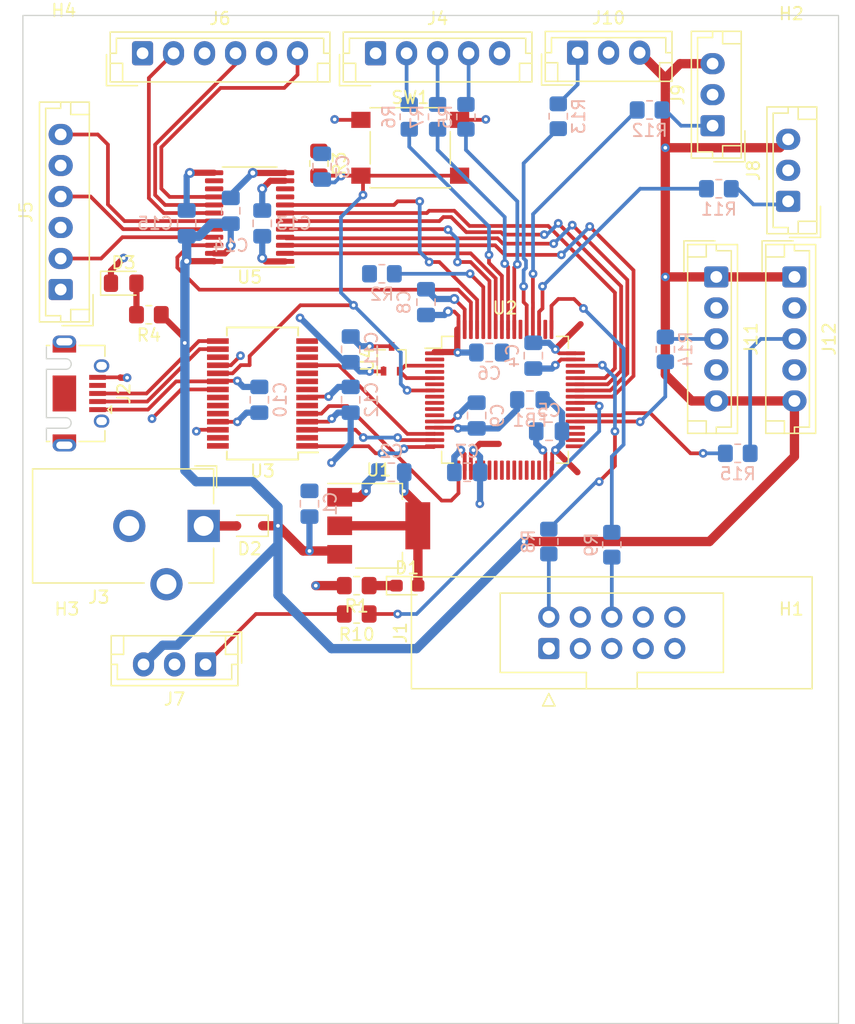
<source format=kicad_pcb>
(kicad_pcb (version 20211014) (generator pcbnew)
  (layers (0 "F.Cu" signal) (31 "B.Cu" power) (34 "B.Paste" user) (35 "F.Paste" user) (36 "B.SilkS" user "B.Silkscreen") (37 "F.SilkS" user "F.Silkscreen") (38 "B.Mask" user) (39 "F.Mask" user) (44 "Edge.Cuts" user))
  (net 0 "")
  (net 1 "+5V")
  (net 2 "GND")
  (net 3 "+3V3")
  (net 4 "/NRST")
  (net 5 "+3.3VA")
  (net 6 "/VUSB 5V")
  (net 7 "/PWR_LED_A")
  (net 8 "Net-(D3-Pad2)")
  (net 9 "/RST")
  (net 10 "/SWDIO_IN")
  (net 11 "Net-(J1-Pad2)")
  (net 12 "/SWCLK_IN")
  (net 18 "/SPI1_MOSI")
  (net 19 "/SPI1_MISO")
  (net 20 "/SPI1_SCK")
  (net 21 "/PUL1+")
  (net 22 "/DIR1+")
  (net 23 "/EN1+")
  (net 24 "/PUL2+")
  (net 25 "/DIR2+")
  (net 26 "/EN2+")
  (net 27 "/PA8_GPO")
  (net 28 "/PA9_GPO")
  (net 29 "/PB7_GPO")
  (net 30 "/PA10_GPO")
  (net 31 "/PA11_GPO")
  (net 32 "/PB8_GPO")
  (net 33 "/BOOT0")
  (net 37 "/USART2_CTS")
  (net 38 "/USART2_RTS")
  (net 39 "/USART2_TX")
  (net 40 "/USART2_RX")
  (net 75 "Net-(J1-Pad6)")
  (net 76 "Net-(J4-Pad2)")
  (net 77 "Net-(J4-Pad3)")
  (net 79 "Net-(J4-Pad4)")
  (net 80 "/USB_D-")
  (net 81 "/USB_D+")
  (net 82 "/8MHz_OSC_IN")
  (net 83 "/IR_Sensor_IO1")
  (net 84 "/IR_Sensor_IO2")
  (net 85 "Net-(J7-Pad1)")
  (net 86 "Net-(J8-Pad1)")
  (net 87 "Net-(J9-Pad1)")
  (net 88 "Net-(J10-Pad1)")
  (net 89 "Net-(J11-Pad3)")
  (net 90 "Net-(J12-Pad3)")
  (net 91 "/Limit_SW1")
  (net 92 "/Limit_SW2")
  (net 93 "/Limit_SW3")
  (net 94 "/Limit_SW4")
  (net 95 "/PB9_GPO")
  (net 101 "/PB6_GPO")
  (net 102 "Net-(D2-Pad2)")
  (footprint "Connector_JST:JST_EH_B5B-EH-A_1x05_P2.50mm_Vertical" (layer "F.Cu") (at 204.262 87.376 -90)
    (fp_text reference "J11")
    (fp_text value "Conn_01x05_Male")
  )
  (footprint "Connector_USB:USB_Micro-AB_Molex_47590-0001" (layer "F.Cu") (at 151.6815 96.774 -90)
    (fp_text reference "J2")
    (fp_text value "USB_B_Mini")
    (fp_line (start -3.75 1.45) (end -2.8 1.45) (layer "Edge.Cuts") (width 0.1))
    (fp_line (start -1.95 1.45) (end 1.95 1.45) (layer "Edge.Cuts") (width 0.1))
    (fp_line (start 1.95 -0.125) (end 1.95 1.45) (layer "Edge.Cuts") (width 0.1))
    (fp_line (start -2.8 -0.125) (end -2.8 1.45) (layer "Edge.Cuts") (width 0.1))
    (fp_line (start -1.95 -0.125) (end -1.95 1.45) (layer "Edge.Cuts") (width 0.1))
    (fp_line (start 2.8 1.45) (end 3.75 1.45) (layer "Edge.Cuts") (width 0.1))
    (fp_line (start 2.8 -0.125) (end 2.8 1.45) (layer "Edge.Cuts") (width 0.1))
    (fp_arc (start -2.8 -0.125) (mid -2.375 -0.55) (end -1.95 -0.125) (layer "Edge.Cuts") (width 0.1))
    (fp_arc (start 1.95 -0.125) (mid 2.375 -0.55) (end 2.8 -0.125) (layer "Edge.Cuts") (width 0.1))
  )
  (footprint "LED_SMD:LED_0603_1608Metric_Pad1.05x0.95mm_HandSolder" (layer "F.Cu") (at 179.324 112.268)
    (fp_text reference "D1")
    (fp_text value "LED")
  )
  (footprint "Package_QFP:LQFP-64_10x10mm_P0.5mm" (layer "F.Cu") (at 187.2195 97.282)
    (fp_text reference "U2")
    (fp_text value "STM32F091RCTx")
  )
  (footprint "Resistor_SMD:R_0805_2012Metric_Pad1.20x1.40mm_HandSolder" (layer "F.Cu") (at 172.212 78.232 -90)
    (fp_text reference "R3")
    (fp_text value "100k")
  )
  (footprint "Connector_JST:JST_EH_B3B-EH-A_1x03_P2.50mm_Vertical" (layer "F.Cu") (at 210.058 81.28 90)
    (fp_text reference "J8")
    (fp_text value "Conn_01x03_Male")
  )
  (footprint "Button_Switch_SMD:SW_SPST_PTS645" (layer "F.Cu") (at 179.578 76.962)
    (fp_text reference "SW1")
    (fp_text value "SW_Push")
  )
  (footprint "MountingHole:MountingHole_2.7mm_M2.5" (layer "F.Cu") (at 210.312 69.85)
    (fp_text reference "H2")
    (fp_text value "MountingHole")
  )
  (footprint "Connector_JST:JST_EH_B3B-EH-A_1x03_P2.50mm_Vertical" (layer "F.Cu") (at 203.962 75.184 90)
    (fp_text reference "J9")
    (fp_text value "Conn_01x03_Male")
  )
  (footprint "Diode_SMD:D_SOD-323" (layer "F.Cu") (at 166.624 107.442 180)
    (fp_text reference "D2")
    (fp_text value "BAT60JFILM")
  )
  (footprint "Connector_JST:JST_EH_B3B-EH-A_1x03_P2.50mm_Vertical" (layer "F.Cu") (at 193.08 69.296)
    (fp_text reference "J10")
    (fp_text value "Conn_01x03_Male")
  )
  (footprint "Resistor_SMD:R_0805_2012Metric_Pad1.20x1.40mm_HandSolder" (layer "F.Cu") (at 175.26 114.554 180)
    (fp_text reference "R10")
    (fp_text value "10")
  )
  (footprint "Resistor_SMD:R_0805_2012Metric_Pad1.20x1.40mm_HandSolder" (layer "F.Cu") (at 158.496 90.424 180)
    (fp_text reference "R4")
    (fp_text value "5k")
  )
  (footprint "Package_TO_SOT_SMD:SOT-223-3_TabPin2" (layer "F.Cu") (at 177.038 107.442)
    (fp_text reference "U1")
    (fp_text value "AMS1117-3.3")
  )
  (footprint "Connector_JST:JST_EH_B6B-EH-A_1x06_P2.50mm_Vertical" (layer "F.Cu") (at 157.988 69.342)
    (fp_text reference "J6")
    (fp_text value "Conn_01x06_Male")
  )
  (footprint "MountingHole:MountingHole_2.7mm_M2.5" (layer "F.Cu") (at 151.892 117.856)
    (fp_text reference "H3")
    (fp_text value "MountingHole")
  )
  (footprint "Connector_JST:JST_EH_B5B-EH-A_1x05_P2.50mm_Vertical" (layer "F.Cu") (at 176.784 69.342)
    (fp_text reference "J4")
    (fp_text value "Conn_01x05_Male")
  )
  (footprint "Connector_IDC:IDC-Header_2x05_P2.54mm_Latch_Vertical" (layer "F.Cu") (at 190.754 117.3385 90)
    (fp_text reference "J1")
    (fp_text value "Conn_02x05_Odd_Even")
  )
  (footprint "Resistor_SMD:R_0805_2012Metric_Pad1.20x1.40mm_HandSolder" (layer "F.Cu") (at 175.26 112.268 180)
    (fp_text reference "R1")
    (fp_text value "1k")
  )
  (footprint "Connector_JST:JST_EH_B5B-EH-A_1x05_P2.50mm_Vertical" (layer "F.Cu") (at 210.566 87.376 -90)
    (fp_text reference "J12")
    (fp_text value "Conn_01x05_Male")
  )
  (footprint "Connector_BarrelJack:BarrelJack_CUI_PJ-102AH_Horizontal" (layer "F.Cu") (at 162.918 107.454 -90)
    (fp_text reference "J3")
    (fp_text value "Barrel_Jack")
  )
  (footprint "Package_SO:TSSOP-24_4.4x7.8mm_P0.65mm" (layer "F.Cu") (at 166.624 82.55 180)
    (fp_text reference "U5")
    (fp_text value "SN74AVC8T245PW")
  )
  (footprint "LED_SMD:LED_0805_2012Metric_Pad1.15x1.40mm_HandSolder" (layer "F.Cu") (at 156.464 87.884)
    (fp_text reference "D3")
    (fp_text value "LED")
  )
  (footprint "Connector_JST:JST_EH_B3B-EH-A_1x03_P2.50mm_Vertical" (layer "F.Cu") (at 163.068 118.618 180)
    (fp_text reference "J7")
    (fp_text value "Conn_01x03_Male")
  )
  (footprint "Package_TO_SOT_SMD:SOT-323_SC-70" (layer "F.Cu") (at 178.0755 93.98 90)
    (fp_text reference "U4")
    (fp_text value "MAX7375AXR805")
  )
  (footprint "MountingHole:MountingHole_2.7mm_M2.5" (layer "F.Cu") (at 210.312 117.856)
    (fp_text reference "H1")
    (fp_text value "MountingHole")
  )
  (footprint "Connector_JST:JST_EH_B6B-EH-A_1x06_P2.50mm_Vertical" (layer "F.Cu") (at 151.384 88.392 90)
    (fp_text reference "J5")
    (fp_text value "Conn_01x06_Male")
  )
  (footprint "Package_SO:SSOP-28_5.3x10.2mm_P0.65mm" (layer "F.Cu") (at 167.6615 96.774 180)
    (fp_text reference "U3")
    (fp_text value "FT232RL")
  )
  (footprint "MountingHole:MountingHole_2.7mm_M2.5" (layer "F.Cu") (at 151.638 69.596)
    (fp_text reference "H4")
    (fp_text value "MountingHole")
  )
  (footprint "Resistor_SMD:R_0805_2012Metric_Pad1.20x1.40mm_HandSolder" (layer "B.Cu") (at 205.994 101.6)
    (fp_text reference "R15")
    (fp_text value "10")
  )
  (footprint "Resistor_SMD:R_0805_2012Metric_Pad1.20x1.40mm_HandSolder" (layer "B.Cu") (at 179.498 74.468 -90)
    (fp_text reference "R6")
    (fp_text value "10")
  )
  (footprint "Inductor_SMD:L_0805_2012Metric_Pad1.15x1.40mm_HandSolder" (layer "B.Cu") (at 189.23 97.282)
    (fp_text reference "FB1")
    (fp_text value "Ferrite Bead")
  )
  (footprint "Capacitor_SMD:C_0805_2012Metric_Pad1.18x1.45mm_HandSolder" (layer "B.Cu") (at 190.7755 99.822 180)
    (fp_text reference "C5")
    (fp_text value ".1uF")
  )
  (footprint "Capacitor_SMD:C_0805_2012Metric_Pad1.18x1.45mm_HandSolder" (layer "B.Cu") (at 167.64 83.058 90)
    (fp_text reference "C13")
    (fp_text value ".1u")
  )
  (footprint "Capacitor_SMD:C_0805_2012Metric_Pad1.18x1.45mm_HandSolder" (layer "B.Cu") (at 171.45 105.664 90)
    (fp_text reference "C1")
    (fp_text value "22u")
  )
  (footprint "Capacitor_SMD:C_0805_2012Metric_Pad1.18x1.45mm_HandSolder" (layer "B.Cu") (at 180.848 89.408 90)
    (fp_text reference "C8")
    (fp_text value ".1uF")
  )
  (footprint "Resistor_SMD:R_0805_2012Metric_Pad1.20x1.40mm_HandSolder" (layer "B.Cu") (at 195.834 108.966 -90)
    (fp_text reference "R9")
    (fp_text value "10")
  )
  (footprint "Resistor_SMD:R_0805_2012Metric_Pad1.20x1.40mm_HandSolder" (layer "B.Cu") (at 200.152 93.218 90)
    (fp_text reference "R14")
    (fp_text value "10")
  )
  (footprint "Resistor_SMD:R_0805_2012Metric_Pad1.20x1.40mm_HandSolder" (layer "B.Cu") (at 177.292 87.122)
    (fp_text reference "R2")
    (fp_text value "100k")
  )
  (footprint "Capacitor_SMD:C_0805_2012Metric_Pad1.18x1.45mm_HandSolder" (layer "B.Cu") (at 165.1 82.042 -90)
    (fp_text reference "C14")
    (fp_text value ".1u")
  )
  (footprint "Capacitor_SMD:C_0805_2012Metric_Pad1.18x1.45mm_HandSolder" (layer "B.Cu") (at 167.4075 97.282 90)
    (fp_text reference "C10")
    (fp_text value "10u")
  )
  (footprint "Resistor_SMD:R_0805_2012Metric_Pad1.20x1.40mm_HandSolder" (layer "B.Cu") (at 190.754 108.712 -90)
    (fp_text reference "R8")
    (fp_text value "10")
  )
  (footprint "Capacitor_SMD:C_0805_2012Metric_Pad1.18x1.45mm_HandSolder" (layer "B.Cu") (at 184.9335 98.552 90)
    (fp_text reference "C9")
    (fp_text value ".1uF")
  )
  (footprint "Capacitor_SMD:C_0805_2012Metric_Pad1.18x1.45mm_HandSolder" (layer "B.Cu") (at 174.7735 93.218 90)
    (fp_text reference "C11")
    (fp_text value ".1u")
  )
  (footprint "Resistor_SMD:R_0805_2012Metric_Pad1.20x1.40mm_HandSolder" (layer "B.Cu") (at 191.516 74.422 90)
    (fp_text reference "R13")
    (fp_text value "10")
  )
  (footprint "Capacitor_SMD:C_0805_2012Metric_Pad1.18x1.45mm_HandSolder" (layer "B.Cu") (at 189.5055 93.726 -90)
    (fp_text reference "C4")
    (fp_text value ".1uF")
  )
  (footprint "Resistor_SMD:R_0805_2012Metric_Pad1.20x1.40mm_HandSolder" (layer "B.Cu") (at 204.47 80.264)
    (fp_text reference "R11")
    (fp_text value "10")
  )
  (footprint "Capacitor_SMD:C_0805_2012Metric_Pad1.18x1.45mm_HandSolder" (layer "B.Cu") (at 185.9495 93.472)
    (fp_text reference "C6")
    (fp_text value ".1uF")
  )
  (footprint "Capacitor_SMD:C_0805_2012Metric_Pad1.18x1.45mm_HandSolder" (layer "B.Cu") (at 178.054 103.124 180)
    (fp_text reference "C2")
    (fp_text value "22u")
  )
  (footprint "Capacitor_SMD:C_0805_2012Metric_Pad1.18x1.45mm_HandSolder" (layer "B.Cu") (at 184.1715 103.124 180)
    (fp_text reference "C7")
    (fp_text value ".1uF")
  )
  (footprint "Resistor_SMD:R_0805_2012Metric_Pad1.20x1.40mm_HandSolder" (layer "B.Cu") (at 181.784 74.468 -90)
    (fp_text reference "R7")
    (fp_text value "10")
  )
  (footprint "Capacitor_SMD:C_0805_2012Metric_Pad1.18x1.45mm_HandSolder" (layer "B.Cu") (at 161.544 83.058 -90)
    (fp_text reference "C15")
    (fp_text value ".1u")
  )
  (footprint "Resistor_SMD:R_0805_2012Metric_Pad1.20x1.40mm_HandSolder" (layer "B.Cu") (at 184.07 74.468 -90)
    (fp_text reference "R5")
    (fp_text value "10")
  )
  (footprint "Capacitor_SMD:C_0805_2012Metric_Pad1.18x1.45mm_HandSolder" (layer "B.Cu") (at 174.7735 97.282 90)
    (fp_text reference "C12")
    (fp_text value ".1u")
  )
  (footprint "Capacitor_SMD:C_0805_2012Metric_Pad1.18x1.45mm_HandSolder" (layer "B.Cu") (at 172.466 78.486 90)
    (fp_text reference "C3")
    (fp_text value "100n")
  )
  (footprint "Resistor_SMD:R_0805_2012Metric_Pad1.20x1.40mm_HandSolder" (layer "B.Cu") (at 198.882 73.914)
    (fp_text reference "R12")
    (fp_text value "10")
  )
  (gr_rect (start 148.336 66.294) (end 214.122 147.574) (layer "Edge.Cuts") (width 0.1) (fill none))
  (segment (start 161.544 86.106) (end 163.7425 86.106) (width 0.5) (layer "F.Cu") (net 1))
  (segment (start 204.262 97.376) (end 202.278 97.376) (width 0.75) (layer "F.Cu") (net 1))
  (segment (start 200.152 76.962) (end 209.376 76.962) (width 0.75) (layer "F.Cu") (net 1))
  (segment (start 161.392189 92.320189) (end 159.496 90.424) (width 0.5) (layer "F.Cu") (net 1))
  (segment (start 203.708 108.712) (end 210.566 101.854) (width 0.75) (layer "F.Cu") (net 1))
  (segment (start 173.62 109.474) (end 173.888 109.742) (width 0.75) (layer "F.Cu") (net 1))
  (segment (start 168.91 107.442) (end 170.942 109.474) (width 0.75) (layer "F.Cu") (net 1))
  (segment (start 167.674 107.442) (end 168.91 107.442) (width 0.75) (layer "F.Cu") (net 1))
  (segment (start 201.336 70.184) (end 200.152 71.368) (width 0.75) (layer "F.Cu") (net 1))
  (segment (start 200.152 95.25) (end 200.152 71.368) (width 0.75) (layer "F.Cu") (net 1))
  (segment (start 210.566 97.376) (end 204.262 97.376) (width 0.75) (layer "F.Cu") (net 1))
  (segment (start 188.722 108.712) (end 203.708 108.712) (width 0.75) (layer "F.Cu") (net 1))
  (segment (start 161.392189 92.6992) (end 161.392189 92.320189) (width 0.5) (layer "F.Cu") (net 1))
  (segment (start 164.626138 85.475) (end 163.7615 85.475) (width 0.5) (layer "F.Cu") (net 1))
  (segment (start 170.942 109.474) (end 173.62 109.474) (width 0.75) (layer "F.Cu") (net 1))
  (segment (start 202.278 97.376) (end 200.152 95.25) (width 0.75) (layer "F.Cu") (net 1))
  (segment (start 165.1 84.836) (end 165.1 85.001138) (width 0.5) (layer "F.Cu") (net 1))
  (segment (start 165.1 85.001138) (end 164.626138 85.475) (width 0.5) (layer "F.Cu") (net 1))
  (segment (start 163.7425 86.106) (end 163.7615 86.125) (width 0.5) (layer "F.Cu") (net 1))
  (segment (start 210.566 101.854) (end 210.566 97.376) (width 0.75) (layer "F.Cu") (net 1))
  (segment (start 200.152 87.376) (end 204.262 87.376) (width 0.75) (layer "F.Cu") (net 1))
  (segment (start 200.152 71.368) (end 198.08 69.296) (width 0.75) (layer "F.Cu") (net 1))
  (segment (start 209.376 76.962) (end 210.058 76.28) (width 0.75) (layer "F.Cu") (net 1))
  (segment (start 203.962 70.184) (end 201.336 70.184) (width 0.75) (layer "F.Cu") (net 1))
  (segment (start 204.262 87.376) (end 210.566 87.376) (width 0.75) (layer "F.Cu") (net 1))
  (via (at 200.152 87.376) (size 0.7) (drill 0.3) (layers "F.Cu" "B.Cu") (net 1))
  (via (at 165.1 84.836) (size 0.8) (drill 0.4) (layers "F.Cu" "B.Cu") (net 1))
  (via (at 200.152 76.962) (size 0.7) (drill 0.3) (layers "F.Cu" "B.Cu") (net 1))
  (via (at 188.722 108.712) (size 0.7) (drill 0.3) (layers "F.Cu" "B.Cu") (net 1))
  (via (at 161.544 86.106) (size 0.8) (drill 0.4) (layers "F.Cu" "B.Cu") (net 1))
  (via (at 161.392189 92.6992) (size 0.7) (drill 0.3) (layers "F.Cu" "B.Cu") (net 1))
  (via (at 168.91 107.442) (size 0.7) (drill 0.3) (layers "F.Cu" "B.Cu") (net 1))
  (via (at 171.45 109.474) (size 0.7) (drill 0.3) (layers "F.Cu" "B.Cu") (net 1))
  (segment (start 168.91 105.918) (end 166.878 103.886) (width 0.75) (layer "B.Cu") (net 1))
  (segment (start 168.91 108.966) (end 168.91 113.03) (width 0.75) (layer "B.Cu") (net 1))
  (segment (start 163.576 83.058) (end 165.0785 83.058) (width 0.75) (layer "B.Cu") (net 1))
  (segment (start 161.402989 86.247011) (end 161.544 86.106) (width 0.75) (layer "B.Cu") (net 1))
  (segment (start 180.086 117.348) (end 188.722 108.712) (width 0.75) (layer "B.Cu") (net 1))
  (segment (start 162.306 103.886) (end 161.402989 102.982989) (width 0.75) (layer "B.Cu") (net 1))
  (segment (start 168.91 113.03) (end 173.228 117.348) (width 0.75) (layer "B.Cu") (net 1))
  (segment (start 173.228 117.348) (end 180.086 117.348) (width 0.75) (layer "B.Cu") (net 1))
  (segment (start 171.45 109.474) (end 171.45 106.7015) (width 0.5) (layer "B.Cu") (net 1))
  (segment (start 168.91 107.442) (end 168.91 105.918) (width 0.75) (layer "B.Cu") (net 1))
  (segment (start 168.91 108.966) (end 160.80752 117.06848) (width 0.75) (layer "B.Cu") (net 1))
  (segment (start 166.878 103.886) (end 162.306 103.886) (width 0.75) (layer "B.Cu") (net 1))
  (segment (start 161.544 86.106) (end 161.544 84.0955) (width 0.75) (layer "B.Cu") (net 1))
  (segment (start 160.80752 117.06848) (end 159.61752 117.06848) (width 0.75) (layer "B.Cu") (net 1))
  (segment (start 165.1 83.0795) (end 165.1 84.836) (width 0.5) (layer "B.Cu") (net 1))
  (segment (start 168.91 107.442) (end 168.91 108.966) (width 0.75) (layer "B.Cu") (net 1))
  (segment (start 159.61752 117.06848) (end 158.068 118.618) (width 0.75) (layer "B.Cu") (net 1))
  (segment (start 165.0785 83.058) (end 165.1 83.0795) (width 0.75) (layer "B.Cu") (net 1))
  (segment (start 161.544 84.0955) (end 162.5385 84.0955) (width 0.75) (layer "B.Cu") (net 1))
  (segment (start 161.402989 102.982989) (end 161.402989 86.247011) (width 0.75) (layer "B.Cu") (net 1))
  (segment (start 162.5385 84.0955) (end 163.576 83.058) (width 0.75) (layer "B.Cu") (net 1))
  (segment (start 162.4505 99.699) (end 164.0615 99.699) (width 0.3) (layer "F.Cu") (net 2))
  (segment (start 165.8835 93.726) (end 165.1105 94.499) (width 0.3) (layer "F.Cu") (net 2))
  (segment (start 165.1105 94.499) (end 164.0615 94.499) (width 0.3) (layer "F.Cu") (net 2))
  (segment (start 156.2315 95.504) (end 156.7395 95.504) (width 0.5) (layer "F.Cu") (net 2))
  (segment (start 167.64 80.264) (end 168.279 79.625) (width 0.5) (layer "F.Cu") (net 2))
  (segment (start 183.558 74.712) (end 185.638 74.712) (width 0.3) (layer "F.Cu") (net 2))
  (segment (start 164.0615 96.449) (end 161.107 96.449) (width 0.3) (layer "F.Cu") (net 2))
  (segment (start 173.888 105.142) (end 175.528 105.142) (width 0.75) (layer "F.Cu") (net 2))
  (segment (start 183.6635 101.346) (end 183.9695 101.652) (width 0.3) (layer "F.Cu") (net 2))
  (segment (start 185.638 74.712) (end 185.674 74.676) (width 0.3) (layer "F.Cu") (net 2))
  (segment (start 191.7395 94.032) (end 192.8945 94.032) (width 0.3) (layer "F.Cu") (net 2))
  (segment (start 161.798 78.994) (end 161.817 78.975) (width 0.5) (layer "F.Cu") (net 2))
  (segment (start 175.598 74.712) (end 173.518 74.712) (width 0.3) (layer "F.Cu") (net 2))
  (segment (start 175.528 105.142) (end 176.022 104.648) (width 0.75) (layer "F.Cu") (net 2))
  (segment (start 183.9695 101.652) (end 183.9695 102.957) (width 0.3) (layer "F.Cu") (net 2))
  (segment (start 171.3325 97.028) (end 171.2615 97.099) (width 0.3) (layer "F.Cu") (net 2))
  (segment (start 182.9295 99.032) (end 181.5445 99.032) (width 0.3) (layer "F.Cu") (net 2))
  (segment (start 154.3565 95.474) (end 156.2015 95.474) (width 0.3) (layer "F.Cu") (net 2))
  (segment (start 183.9695 89.9895) (end 183.9695 91.607) (width 0.3) (layer "F.Cu") (net 2))
  (segment (start 183.134 89.154) (end 183.9695 89.9895) (width 0.3) (layer "F.Cu") (net 2))
  (segment (start 176.2975 92.964) (end 178.0595 92.964) (width 0.3) (layer "F.Cu") (net 2))
  (segment (start 183.4095 98.552) (end 182.9295 99.032) (width 0.3) (layer "F.Cu") (net 2))
  (segment (start 166.878 78.994) (end 169.4675 78.994) (width 0.5) (layer "F.Cu") (net 2))
  (segment (start 155.439 86.877) (end 156.464 85.852) (width 0.5) (layer "F.Cu") (net 2))
  (segment (start 165.6295 99.06) (end 164.0725 99.06) (width 0.3) (layer "F.Cu") (net 2))
  (segment (start 174.26 112.268) (end 171.958 112.268) (width 0.75) (layer "F.Cu") (net 2))
  (segment (start 162.3275 99.822) (end 162.4505 99.699) (width 0.3) (layer "F.Cu") (net 2))
  (segment (start 178.0595 92.964) (end 178.0755 92.98) (width 0.3) (layer "F.Cu") (net 2))
  (segment (start 156.2015 95.474) (end 156.2315 95.504) (width 0.5) (layer "F.Cu") (net 2))
  (segment (start 183.134 89.154) (end 183.186 89.206) (width 0.25) (layer "F.Cu") (net 2))
  (segment (start 155.439 87.884) (end 155.439 86.877) (width 0.5) (layer "F.Cu") (net 2))
  (segment (start 191.2835 94.488) (end 191.7395 94.032) (width 0.3) (layer "F.Cu") (net 2))
  (segment (start 172.9955 97.028) (end 171.3325 97.028) (width 0.3) (layer "F.Cu") (net 2))
  (segment (start 169.4675 78.994) (end 169.4865 78.975) (width 0.5) (layer "F.Cu") (net 2))
  (segment (start 163.9905 96.52) (end 164.0615 96.449) (width 0.3) (layer "F.Cu") (net 2))
  (segment (start 164.0725 99.06) (end 164.0615 99.049) (width 0.3) (layer "F.Cu") (net 2))
  (segment (start 190.4695 101.548) (end 190.4695 102.957) (width 0.3) (layer "F.Cu") (net 2))
  (segment (start 190.2675 101.346) (end 190.4695 101.548) (width 0.3) (layer "F.Cu") (net 2))
  (segment (start 161.817 78.975) (end 163.7615 78.975) (width 0.5) (layer "F.Cu") (net 2))
  (segment (start 161.107 96.449) (end 158.75 98.806) (width 0.3) (layer "F.Cu") (net 2))
  (segment (start 168.279 79.625) (end 169.4865 79.625) (width 0.5) (layer "F.Cu") (net 2))
  (segment (start 173.518 74.712) (end 173.482 74.676) (width 0.3) (layer "F.Cu") (net 2))
  (via (at 166.878 78.994) (size 0.8) (drill 0.4) (layers "F.Cu" "B.Cu") (net 2))
  (via (at 176.2975 92.964) (size 0.7) (drill 0.3) (layers "F.Cu" "B.Cu") (net 2))
  (via (at 172.9955 97.028) (size 0.7) (drill 0.3) (layers "F.Cu" "B.Cu") (net 2))
  (via (at 162.3275 99.822) (size 0.7) (drill 0.3) (layers "F.Cu" "B.Cu") (net 2))
  (via (at 185.674 74.676) (size 0.7) (drill 0.3) (layers "F.Cu" "B.Cu") (net 2))
  (via (at 173.482 74.676) (size 0.7) (drill 0.3) (layers "F.Cu" "B.Cu") (net 2))
  (via (at 183.4095 98.552) (size 0.7) (drill 0.3) (layers "F.Cu" "B.Cu") (net 2))
  (via (at 165.6295 99.06) (size 0.7) (drill 0.3) (layers "F.Cu" "B.Cu") (net 2))
  (via (at 167.64 80.264) (size 0.8) (drill 0.4) (layers "F.Cu" "B.Cu") (net 2))
  (via (at 183.134 89.154) (size 0.8) (drill 0.4) (layers "F.Cu" "B.Cu") (net 2))
  (via (at 171.958 112.268) (size 0.7) (drill 0.3) (layers "F.Cu" "B.Cu") (net 2))
  (via (at 156.464 85.852) (size 0.7) (drill 0.3) (layers "F.Cu" "B.Cu") (net 2))
  (via (at 183.6635 101.346) (size 0.7) (drill 0.3) (layers "F.Cu" "B.Cu") (net 2))
  (via (at 161.798 78.994) (size 0.8) (drill 0.4) (layers "F.Cu" "B.Cu") (net 2))
  (via (at 158.75 98.806) (size 0.7) (drill 0.3) (layers "F.Cu" "B.Cu") (net 2))
  (via (at 165.8835 93.726) (size 0.7) (drill 0.3) (layers "F.Cu" "B.Cu") (net 2))
  (via (at 190.2675 101.346) (size 0.7) (drill 0.3) (layers "F.Cu" "B.Cu") (net 2))
  (via (at 176.022 104.648) (size 0.7) (drill 0.3) (layers "F.Cu" "B.Cu") (net 2))
  (via (at 191.2835 94.488) (size 0.7) (drill 0.3) (layers "F.Cu" "B.Cu") (net 2))
  (via (at 156.7395 95.504) (size 0.7) (drill 0.3) (layers "F.Cu" "B.Cu") (net 2))
  (segment (start 183.1555 89.1325) (end 183.134 89.154) (width 0.5) (layer "B.Cu") (net 2))
  (segment (start 165.1 81.0045) (end 165.1 80.772) (width 0.5) (layer "B.Cu") (net 2))
  (segment (start 191.008 94.7635) (end 191.2835 94.488) (width 0.5) (layer "B.Cu") (net 2))
  (segment (start 165.6295 99.06) (end 166.37 98.3195) (width 0.5) (layer "B.Cu") (net 2))
  (segment (start 165.1 80.772) (end 166.878 78.994) (width 0.5) (layer "B.Cu") (net 2))
  (segment (start 189.5055 94.7635) (end 191.008 94.7635) (width 0.5) (layer "B.Cu") (net 2))
  (segment (start 167.64 82.0205) (end 167.64 80.264) (width 0.5) (layer "B.Cu") (net 2))
  (segment (start 176.2975 92.964) (end 175.557 92.964) (width 0.5) (layer "B.Cu") (net 2))
  (segment (start 166.37 98.3195) (end 167.6615 98.3195) (width 0.5) (layer "B.Cu") (net 2))
  (segment (start 183.134 101.8755) (end 183.6635 101.346) (width 0.5) (layer "B.Cu") (net 2))
  (segment (start 189.738 100.8165) (end 190.2675 101.346) (width 0.5) (layer "B.Cu") (net 2))
  (segment (start 175.557 92.964) (end 174.7735 92.1805) (width 0.5) (layer "B.Cu") (net 2))
  (segment (start 183.134 89.154) (end 181.6315 89.154) (width 0.5) (layer "B.Cu") (net 2))
  (segment (start 161.544 79.248) (end 161.798 78.994) (width 0.5) (layer "B.Cu") (net 2))
  (segment (start 184.447 97.5145) (end 183.4095 98.552) (width 0.5) (layer "B.Cu") (net 2))
  (segment (start 176.022 104.1185) (end 177.0165 103.124) (width 0.75) (layer "B.Cu") (net 2))
  (segment (start 189.738 99.822) (end 189.738 100.8165) (width 0.5) (layer "B.Cu") (net 2))
  (segment (start 174.7735 96.2445) (end 173.779 96.2445) (width 0.5) (layer "B.Cu") (net 2))
  (segment (start 161.544 82.0205) (end 161.544 79.248) (width 0.5) (layer "B.Cu") (net 2))
  (segment (start 183.134 103.124) (end 183.134 101.8755) (width 0.5) (layer "B.Cu") (net 2))
  (segment (start 176.022 104.648) (end 176.022 104.1185) (width 0.75) (layer "B.Cu") (net 2))
  (segment (start 184.9335 97.5145) (end 184.447 97.5145) (width 0.5) (layer "B.Cu") (net 2))
  (segment (start 173.779 96.2445) (end 172.9955 97.028) (width 0.5) (layer "B.Cu") (net 2))
  (segment (start 181.6315 89.154) (end 180.848 88.3705) (width 0.5) (layer "B.Cu") (net 2))
  (segment (start 183.134 90.17) (end 183.4695 90.5055) (width 0.3) (layer "F.Cu") (net 3))
  (segment (start 173.888 107.442) (end 180.188 107.442) (width 0.75) (layer "F.Cu") (net 3))
  (segment (start 191.2835 101.346) (end 191.0295 101.6) (width 0.3) (layer "F.Cu") (net 3))
  (segment (start 182.626 90.17) (end 183.134 90.17) (width 0.3) (layer "F.Cu") (net 3))
  (segment (start 177.4095 94.742) (end 177.4255 94.726) (width 0.3) (layer "F.Cu") (net 3))
  (segment (start 167.64 85.852) (end 167.913 86.125) (width 0.5) (layer "F.Cu") (net 3))
  (segment (start 184.4695 101.556) (end 184.4695 102.957) (width 0.3) (layer "F.Cu") (net 3))
  (segment (start 183.36998 93.43248) (end 183.36998 91.607) (width 0.5) (layer "F.Cu") (net 3))
  (segment (start 191.0295 101.6) (end 191.0295 102.897) (width 0.3) (layer "F.Cu") (net 3))
  (segment (start 180.188 105.766) (end 179.07 104.648) (width 0.75) (layer "F.Cu") (net 3))
  (segment (start 167.913 86.125) (end 169.4865 86.125) (width 0.5) (layer "F.Cu") (net 3))
  (segment (start 173.2495 98.806) (end 173.0065 99.049) (width 0.3) (layer "F.Cu") (net 3))
  (segment (start 183.4095 93.472) (end 183.36998 93.43248) (width 0.5) (layer "F.Cu") (net 3))
  (segment (start 183.36998 93.43248) (end 181.5445 93.43248) (width 0.5) (layer "F.Cu") (net 3))
  (segment (start 191.0295 102.897) (end 190.9695 102.957) (width 0.3) (layer "F.Cu") (net 3))
  (segment (start 185.1875 100.838) (end 186.7115 100.838) (width 0.5) (layer "F.Cu") (net 3))
  (segment (start 183.4695 90.5055) (end 183.4695 91.607) (width 0.3) (layer "F.Cu") (net 3))
  (segment (start 184.6795 101.346) (end 185.1875 100.838) (width 0.5) (layer "F.Cu") (net 3))
  (segment (start 192.89402 93.53248) (end 192.8945 93.532) (width 0.3) (layer "F.Cu") (net 3))
  (segment (start 177.4095 94.996) (end 177.4255 94.98) (width 0.3) (layer "F.Cu") (net 3))
  (segment (start 183.4095 91.547) (end 183.4695 91.607) (width 0.25) (layer "F.Cu") (net 3))
  (segment (start 191.2835 101.346) (end 193.0615 103.124) (width 0.5) (layer "F.Cu") (net 3))
  (segment (start 191.59798 93.53248) (end 192.89402 93.53248) (width 0.3) (layer "F.Cu") (net 3))
  (segment (start 180.199 112.268) (end 180.199 107.453) (width 0.75) (layer "F.Cu") (net 3))
  (segment (start 191.2835 93.218) (end 191.59798 93.53248) (width 0.3) (layer "F.Cu") (net 3))
  (segment (start 180.188 107.442) (end 180.188 106.719) (width 0.75) (layer "F.Cu") (net 3))
  (segment (start 180.188 107.442) (end 180.188 105.766) (width 0.75) (layer "F.Cu") (net 3))
  (segment (start 184.6795 101.346) (end 184.4695 101.556) (width 0.3) (layer "F.Cu") (net 3))
  (segment (start 180.199 107.453) (end 180.188 107.442) (width 0.75) (layer "F.Cu") (net 3))
  (segment (start 191.2835 93.218) (end 193.3155 91.186) (width 0.5) (layer "F.Cu") (net 3))
  (segment (start 173.0065 99.049) (end 171.2615 99.049) (width 0.3) (layer "F.Cu") (net 3))
  (segment (start 176.2975 94.996) (end 177.4095 94.996) (width 0.3) (layer "F.Cu") (net 3))
  (via (at 184.6795 101.346) (size 0.7) (drill 0.3) (layers "F.Cu" "B.Cu") (net 3))
  (via (at 179.07 104.648) (size 0.7) (drill 0.3) (layers "F.Cu" "B.Cu") (net 3))
  (via (at 185.1875 105.664) (size 0.7) (drill 0.3) (layers "F.Cu" "B.Cu") (net 3))
  (via (at 173.2495 98.806) (size 0.7) (drill 0.3) (layers "F.Cu" "B.Cu") (net 3))
  (via (at 182.626 90.17) (size 0.8) (drill 0.4) (layers "F.Cu" "B.Cu") (net 3))
  (via (at 191.2835 101.346) (size 0.7) (drill 0.3) (layers "F.Cu" "B.Cu") (net 3))
  (via (at 191.2835 93.218) (size 0.7) (drill 0.3) (layers "F.Cu" "B.Cu") (net 3))
  (via (at 167.64 85.852) (size 0.8) (drill 0.4) (layers "F.Cu" "B.Cu") (net 3))
  (via (at 170.688 90.678) (size 0.7) (drill 0.3) (layers "F.Cu" "B.Cu") (net 3))
  (via (at 183.4095 93.472) (size 0.7) (drill 0.3) (layers "F.Cu" "B.Cu") (net 3))
  (via (at 173.228 102.362) (size 0.7) (drill 0.3) (layers "F.Cu" "B.Cu") (net 3))
  (via (at 176.2975 94.996) (size 0.7) (drill 0.3) (layers "F.Cu" "B.Cu") (net 3))
  (segment (start 176.2975 94.996) (end 175.514 94.996) (width 0.5) (layer "B.Cu") (net 3))
  (segment (start 174.287 94.2555) (end 174.7735 94.2555) (width 0.5) (layer "B.Cu") (net 3))
  (segment (start 175.514 94.996) (end 174.7735 94.2555) (width 0.5) (layer "B.Cu") (net 3))
  (segment (start 185.209 103.124) (end 185.209 101.8755) (width 0.5) (layer "B.Cu") (net 3))
  (segment (start 185.209 103.124) (end 185.209 105.6425) (width 0.5) (layer "B.Cu") (net 3))
  (segment (start 179.07 104.648) (end 179.07 103.1455) (width 0.75) (layer "B.Cu") (net 3))
  (segment (start 185.209 105.6425) (end 185.1875 105.664) (width 0.5) (layer "B.Cu") (net 3))
  (segment (start 190.255 97.282) (end 190.754 97.282) (width 0.5) (layer "B.Cu") (net 3))
  (segment (start 182.3505 90.4455) (end 182.626 90.17) (width 0.5) (layer "B.Cu") (net 3))
  (segment (start 184.912 93.472) (end 183.4095 93.472) (width 0.5) (layer "B.Cu") (net 3))
  (segment (start 170.688 90.678) (end 170.7095 90.678) (width 0.5) (layer "B.Cu") (net 3))
  (segment (start 170.7095 90.678) (end 174.287 94.2555) (width 0.5) (layer "B.Cu") (net 3))
  (segment (start 180.848 90.4455) (end 182.3505 90.4455) (width 0.5) (layer "B.Cu") (net 3))
  (segment (start 191.2835 93.218) (end 190.754 92.6885) (width 0.5) (layer "B.Cu") (net 3))
  (segment (start 174.7735 100.8165) (end 173.228 102.362) (width 0.5) (layer "B.Cu") (net 3))
  (segment (start 191.813 100.8165) (end 191.2835 101.346) (width 0.5) (layer "B.Cu") (net 3))
  (segment (start 190.754 97.282) (end 191.813 98.341) (width 0.5) (layer "B.Cu") (net 3))
  (segment (start 167.64 85.852) (end 167.64 84.0955) (width 0.5) (layer "B.Cu") (net 3))
  (segment (start 191.813 99.822) (end 191.813 100.8165) (width 0.5) (layer "B.Cu") (net 3))
  (segment (start 173.736 98.3195) (end 174.5195 98.3195) (width 0.5) (layer "B.Cu") (net 3))
  (segment (start 174.7735 98.3195) (end 174.7735 100.8165) (width 0.5) (layer "B.Cu") (net 3))
  (segment (start 190.754 92.6885) (end 189.5055 92.6885) (width 0.5) (layer "B.Cu") (net 3))
  (segment (start 191.813 98.341) (end 191.813 99.822) (width 0.5) (layer "B.Cu") (net 3))
  (segment (start 173.2495 98.806) (end 173.736 98.3195) (width 0.5) (layer "B.Cu") (net 3))
  (segment (start 185.209 101.8755) (end 184.6795 101.346) (width 0.5) (layer "B.Cu") (net 3))
  (segment (start 175.598 79.212) (end 174.026 79.212) (width 0.3) (layer "F.Cu") (net 4))
  (segment (start 172.232 79.212) (end 172.212 79.232) (width 0.3) (layer "F.Cu") (net 4))
  (segment (start 164.0615 95.149) (end 165.249241 95.149) (width 0.3) (layer "F.Cu") (net 4))
  (segment (start 175.598 79.212) (end 172.232 79.212) (width 0.3) (layer "F.Cu") (net 4))
  (segment (start 175.768 80.772) (end 175.768 79.382) (width 0.3) (layer "F.Cu") (net 4))
  (segment (start 165.249241 95.149) (end 165.910241 94.488) (width 0.3) (layer "F.Cu") (net 4))
  (segment (start 175.768 79.382) (end 175.598 79.212) (width 0.3) (layer "F.Cu") (net 4))
  (segment (start 166.624 94.488) (end 166.624 93.752741) (width 0.3) (layer "F.Cu") (net 4))
  (segment (start 174.026 79.212) (end 173.99 79.248) (width 0.3) (layer "F.Cu") (net 4))
  (segment (start 181.5445 96.532) (end 179.336 96.532) (width 0.3) (layer "F.Cu") (net 4))
  (segment (start 170.714741 89.662) (end 175.006 89.662) (width 0.3) (layer "F.Cu") (net 4))
  (segment (start 165.910241 94.488) (end 166.624 94.488) (width 0.3) (layer "F.Cu") (net 4))
  (segment (start 175.598 79.212) (end 183.558 79.212) (width 0.3) (layer "F.Cu") (net 4))
  (segment (start 166.624 93.752741) (end 170.714741 89.662) (width 0.3) (layer "F.Cu") (net 4))
  (segment (start 179.336 96.532) (end 179.324 96.52) (width 0.3) (layer "F.Cu") (net 4))
  (via (at 179.324 96.52) (size 0.7) (drill 0.3) (layers "F.Cu" "B.Cu") (net 4))
  (via (at 175.006 89.662) (size 0.7) (drill 0.3) (layers "F.Cu" "B.Cu") (net 4))
  (via (at 175.768 80.772) (size 0.7) (drill 0.3) (layers "F.Cu" "B.Cu") (net 4))
  (via (at 173.99 79.248) (size 0.7) (drill 0.3) (layers "F.Cu" "B.Cu") (net 4))
  (via (at 173.99 79.248) (size 0.7) (drill 0.3) (layers "F.Cu" "B.Cu") (net 4))
  (segment (start 173.99 79.248) (end 173.482 79.756) (width 0.3) (layer "B.Cu") (net 4))
  (segment (start 178.816 93.472) (end 175.006 89.662) (width 0.3) (layer "B.Cu") (net 4))
  (segment (start 179.324 96.52) (end 178.816 96.012) (width 0.3) (layer "B.Cu") (net 4))
  (segment (start 172.6985 79.756) (end 172.466 79.5235) (width 0.3) (layer "B.Cu") (net 4))
  (segment (start 173.99 82.55) (end 175.768 80.772) (width 0.3) (layer "B.Cu") (net 4))
  (segment (start 173.99 88.646) (end 173.99 82.55) (width 0.3) (layer "B.Cu") (net 4))
  (segment (start 178.816 96.012) (end 178.816 93.472) (width 0.3) (layer "B.Cu") (net 4))
  (segment (start 173.482 79.756) (end 172.6985 79.756) (width 0.3) (layer "B.Cu") (net 4))
  (segment (start 175.006 89.662) (end 173.99 88.646) (width 0.3) (layer "B.Cu") (net 4))
  (segment (start 183.431 99.5895) (end 183.3735 99.532) (width 0.3) (layer "F.Cu") (net 5))
  (segment (start 183.3735 99.532) (end 181.5445 99.532) (width 0.3) (layer "F.Cu") (net 5))
  (via (at 183.431 99.5895) (size 0.7) (drill 0.3) (layers "F.Cu" "B.Cu") (net 5))
  (segment (start 183.4095 99.568) (end 183.431 99.5895) (width 0.5) (layer "B.Cu") (net 5))
  (segment (start 188.205 98.053) (end 186.6685 99.5895) (width 0.5) (layer "B.Cu") (net 5))
  (segment (start 184.9335 99.5895) (end 183.431 99.5895) (width 0.5) (layer "B.Cu") (net 5))
  (segment (start 186.6685 99.5895) (end 184.9335 99.5895) (width 0.5) (layer "B.Cu") (net 5))
  (segment (start 188.205 97.282) (end 188.205 98.053) (width 0.5) (layer "B.Cu") (net 5))
  (segment (start 165.6295 95.758) (end 164.1025 95.758) (width 0.3) (layer "F.Cu") (net 6))
  (segment (start 158.419489 98.074) (end 160.694489 95.799) (width 0.3) (layer "F.Cu") (net 6))
  (segment (start 154.3565 98.074) (end 158.419489 98.074) (width 0.3) (layer "F.Cu") (net 6))
  (segment (start 164.1025 95.758) (end 164.0615 95.799) (width 0.3) (layer "F.Cu") (net 6))
  (segment (start 160.694489 95.799) (end 164.0615 95.799) (width 0.3) (layer "F.Cu") (net 6))
  (via (at 165.6295 95.758) (size 0.7) (drill 0.3) (layers "F.Cu" "B.Cu") (net 6))
  (segment (start 165.6295 95.758) (end 166.116 96.2445) (width 0.5) (layer "B.Cu") (net 6))
  (segment (start 166.116 96.2445) (end 167.6615 96.2445) (width 0.5) (layer "B.Cu") (net 6))
  (segment (start 178.449 112.268) (end 176.26 112.268) (width 0.75) (layer "F.Cu") (net 7))
  (segment (start 157.496 87.891) (end 157.489 87.884) (width 0.5) (layer "F.Cu") (net 8))
  (segment (start 157.496 90.424) (end 157.496 87.891) (width 0.5) (layer "F.Cu") (net 8))
  (segment (start 196.088 102.616) (end 196.088 99.822) (width 0.3) (layer "F.Cu") (net 10))
  (segment (start 195.028 94.532) (end 195.072 94.488) (width 0.3) (layer "F.Cu") (net 10))
  (segment (start 194.818 103.886) (end 196.088 102.616) (width 0.3) (layer "F.Cu") (net 10))
  (segment (start 192.8945 94.532) (end 195.028 94.532) (width 0.3) (layer "F.Cu") (net 10))
  (via (at 195.072 94.488) (size 0.7) (drill 0.3) (layers "F.Cu" "B.Cu") (net 10))
  (via (at 196.088 99.822) (size 0.7) (drill 0.3) (layers "F.Cu" "B.Cu") (net 10))
  (via (at 194.818 103.886) (size 0.7) (drill 0.3) (layers "F.Cu" "B.Cu") (net 10))
  (segment (start 196.088 99.822) (end 196.088 95.504) (width 0.3) (layer "B.Cu") (net 10))
  (segment (start 194.58 103.886) (end 190.754 107.712) (width 0.3) (layer "B.Cu") (net 10))
  (segment (start 196.088 95.504) (end 195.072 94.488) (width 0.3) (layer "B.Cu") (net 10))
  (segment (start 194.818 103.886) (end 194.58 103.886) (width 0.3) (layer "B.Cu") (net 10))
  (segment (start 190.754 109.712) (end 190.754 114.7985) (width 0.3) (layer "B.Cu") (net 11))
  (segment (start 190.9695 91.607) (end 190.9695 89.7005) (width 0.3) (layer "F.Cu") (net 12))
  (segment (start 191.516 89.154) (end 192.786 89.154) (width 0.3) (layer "F.Cu") (net 12))
  (segment (start 192.786 89.154) (end 193.548 89.916) (width 0.3) (layer "F.Cu") (net 12))
  (segment (start 190.9695 89.7005) (end 191.516 89.154) (width 0.3) (layer "F.Cu") (net 12))
  (via (at 193.548 89.916) (size 0.7) (drill 0.3) (layers "F.Cu" "B.Cu") (net 12))
  (segment (start 193.548 89.916) (end 196.787511 93.155511) (width 0.3) (layer "B.Cu") (net 12))
  (segment (start 196.787511 93.155511) (end 196.787511 100.900489) (width 0.3) (layer "B.Cu") (net 12))
  (segment (start 196.787511 100.900489) (end 195.834 101.854) (width 0.3) (layer "B.Cu") (net 12))
  (segment (start 195.834 101.854) (end 195.834 107.966) (width 0.3) (layer "B.Cu") (net 12))
  (segment (start 186.9695 87.285385) (end 186.9695 91.607) (width 0.3) (layer "F.Cu") (net 18))
  (segment (start 185.928 85.598) (end 185.928 86.243885) (width 0.3) (layer "F.Cu") (net 18))
  (segment (start 185.928 86.243885) (end 186.9695 87.285385) (width 0.3) (layer "F.Cu") (net 18))
  (via (at 185.928 85.598) (size 0.7) (drill 0.3) (layers "F.Cu" "B.Cu") (net 18))
  (segment (start 185.928 83.312) (end 179.498 76.882) (width 0.3) (layer "B.Cu") (net 18))
  (segment (start 179.498 76.882) (end 179.498 75.468) (width 0.3) (layer "B.Cu") (net 18))
  (segment (start 185.928 85.598) (end 185.928 83.312) (width 0.3) (layer "B.Cu") (net 18))
  (segment (start 187.46902 86.56852) (end 187.46902 91.60652) (width 0.3) (layer "F.Cu") (net 19))
  (segment (start 187.198 86.2975) (end 187.46902 86.56852) (width 0.3) (layer "F.Cu") (net 19))
  (segment (start 187.46902 91.60652) (end 187.4695 91.607) (width 0.3) (layer "F.Cu") (net 19))
  (via (at 187.198 86.2975) (size 0.7) (drill 0.3) (layers "F.Cu" "B.Cu") (net 19))
  (segment (start 181.784 77.136) (end 181.784 75.468) (width 0.3) (layer "B.Cu") (net 19))
  (segment (start 187.198 82.55) (end 181.784 77.136) (width 0.3) (layer "B.Cu") (net 19))
  (segment (start 187.198 86.2975) (end 187.198 82.55) (width 0.3) (layer "B.Cu") (net 19))
  (segment (start 187.9695 86.6045) (end 188.214 86.36) (width 0.3) (layer "F.Cu") (net 20))
  (segment (start 187.9695 91.607) (end 187.9695 86.6045) (width 0.3) (layer "F.Cu") (net 20))
  (via (at 188.214 86.36) (size 0.7) (drill 0.3) (layers "F.Cu" "B.Cu") (net 20))
  (segment (start 188.214 81.28) (end 184.07 77.136) (width 0.3) (layer "B.Cu") (net 20))
  (segment (start 188.214 86.36) (end 188.214 81.28) (width 0.3) (layer "B.Cu") (net 20))
  (segment (start 184.07 77.136) (end 184.07 75.468) (width 0.3) (layer "B.Cu") (net 20))
  (segment (start 156.363 84.175) (end 154.646 85.892) (width 0.3) (layer "F.Cu") (net 21))
  (segment (start 163.7615 84.175) (end 156.363 84.175) (width 0.3) (layer "F.Cu") (net 21))
  (segment (start 154.646 85.892) (end 151.384 85.892) (width 0.3) (layer "F.Cu") (net 21))
  (segment (start 153.79 80.892) (end 151.384 80.892) (width 0.3) (layer "F.Cu") (net 22))
  (segment (start 156.423 83.525) (end 153.79 80.892) (width 0.3) (layer "F.Cu") (net 22))
  (segment (start 163.7615 83.525) (end 156.423 83.525) (width 0.3) (layer "F.Cu") (net 22))
  (segment (start 156.535 82.875) (end 155.194 81.534) (width 0.3) (layer "F.Cu") (net 23))
  (segment (start 163.7615 82.875) (end 156.535 82.875) (width 0.3) (layer "F.Cu") (net 23))
  (segment (start 154.378 75.892) (end 151.384 75.892) (width 0.3) (layer "F.Cu") (net 23))
  (segment (start 155.194 76.708) (end 154.378 75.892) (width 0.3) (layer "F.Cu") (net 23))
  (segment (start 155.194 81.534) (end 155.194 76.708) (width 0.3) (layer "F.Cu") (net 23))
  (segment (start 158.496 81.026) (end 158.496 71.334) (width 0.3) (layer "F.Cu") (net 24))
  (segment (start 158.496 71.334) (end 160.488 69.342) (width 0.3) (layer "F.Cu") (net 24))
  (segment (start 163.7615 82.225) (end 159.695 82.225) (width 0.3) (layer "F.Cu") (net 24))
  (segment (start 159.695 82.225) (end 158.496 81.026) (width 0.3) (layer "F.Cu") (net 24))
  (segment (start 159.807 81.575) (end 159.004 80.772) (width 0.3) (layer "F.Cu") (net 25))
  (segment (start 159.004 76.708) (end 165.488 70.224) (width 0.3) (layer "F.Cu") (net 25))
  (segment (start 165.488 70.224) (end 165.488 69.342) (width 0.3) (layer "F.Cu") (net 25))
  (segment (start 163.7615 81.575) (end 159.807 81.575) (width 0.3) (layer "F.Cu") (net 25))
  (segment (start 159.004 80.772) (end 159.004 76.708) (width 0.3) (layer "F.Cu") (net 25))
  (segment (start 163.7615 80.925) (end 160.173 80.925) (width 0.3) (layer "F.Cu") (net 26))
  (segment (start 164.282428 72.136) (end 169.418 72.136) (width 0.3) (layer "F.Cu") (net 26))
  (segment (start 159.50352 76.914908) (end 164.282428 72.136) (width 0.3) (layer "F.Cu") (net 26))
  (segment (start 160.173 80.925) (end 159.50352 80.25552) (width 0.3) (layer "F.Cu") (net 26))
  (segment (start 170.488 71.066) (end 170.488 69.342) (width 0.3) (layer "F.Cu") (net 26))
  (segment (start 169.418 72.136) (end 170.488 71.066) (width 0.3) (layer "F.Cu") (net 26))
  (segment (start 159.50352 80.25552) (end 159.50352 76.914908) (width 0.3) (layer "F.Cu") (net 26))
  (segment (start 194.056 83.312) (end 197.586557 86.842557) (width 0.3) (layer "F.Cu") (net 27))
  (segment (start 195.917282 97.032) (end 192.8945 97.032) (width 0.3) (layer "F.Cu") (net 27))
  (segment (start 197.586557 95.362725) (end 195.917282 97.032) (width 0.3) (layer "F.Cu") (net 27))
  (segment (start 197.586557 86.842557) (end 197.586557 95.362725) (width 0.3) (layer "F.Cu") (net 27))
  (segment (start 186.197756 84.825) (end 186.425 84.825) (width 0.3) (layer "F.Cu") (net 27))
  (segment (start 186.197756 84.825) (end 169.4865 84.825) (width 0.3) (layer "F.Cu") (net 27))
  (segment (start 187.198 85.598) (end 191.77 85.598) (width 0.3) (layer "F.Cu") (net 27))
  (segment (start 186.425 84.825) (end 187.198 85.598) (width 0.3) (layer "F.Cu") (net 27))
  (via (at 194.056 83.312) (size 0.7) (drill 0.3) (layers "F.Cu" "B.Cu") (net 27))
  (via (at 191.77 85.598) (size 0.7) (drill 0.3) (layers "F.Cu" "B.Cu") (net 27))
  (segment (start 191.77 85.598) (end 194.056 83.312) (width 0.3) (layer "B.Cu") (net 27))
  (segment (start 195.710855 96.532) (end 192.8945 96.532) (width 0.3) (layer "F.Cu") (net 28))
  (segment (start 197.087038 87.613038) (end 197.087038 95.155817) (width 0.3) (layer "F.Cu") (net 28))
  (segment (start 169.577011 84.265511) (end 185.614031 84.265511) (width 0.3) (layer "F.Cu") (net 28))
  (segment (start 169.4865 84.175) (end 169.577011 84.265511) (width 0.3) (layer "F.Cu") (net 28))
  (segment (start 187.057622 84.695622) (end 191.148378 84.695622) (width 0.3) (layer "F.Cu") (net 28))
  (segment (start 185.614031 84.265511) (end 186.627511 84.265511) (width 0.3) (layer "F.Cu") (net 28))
  (segment (start 186.627511 84.265511) (end 187.057622 84.695622) (width 0.3) (layer "F.Cu") (net 28))
  (segment (start 192.645622 83.198378) (end 192.672378 83.198378) (width 0.3) (layer "F.Cu") (net 28))
  (segment (start 197.087038 95.155817) (end 195.710855 96.532) (width 0.3) (layer "F.Cu") (net 28))
  (segment (start 192.672378 83.198378) (end 197.087038 87.613038) (width 0.3) (layer "F.Cu") (net 28))
  (via (at 191.148378 84.695622) (size 0.7) (drill 0.3) (layers "F.Cu" "B.Cu") (net 28))
  (via (at 192.645622 83.198378) (size 0.7) (drill 0.3) (layers "F.Cu" "B.Cu") (net 28))
  (segment (start 191.148378 84.695622) (end 192.645622 83.198378) (width 0.3) (layer "B.Cu") (net 28))
  (segment (start 169.4865 83.525) (end 182.585 83.525) (width 0.3) (layer "F.Cu") (net 29))
  (segment (start 182.585 83.525) (end 182.626 83.566) (width 0.3) (layer "F.Cu") (net 29))
  (segment (start 183.388 86.1745) (end 184.445759 86.1745) (width 0.3) (layer "F.Cu") (net 29))
  (segment (start 185.9695 87.698241) (end 185.9695 91.607) (width 0.3) (layer "F.Cu") (net 29))
  (segment (start 184.445759 86.1745) (end 185.9695 87.698241) (width 0.3) (layer "F.Cu") (net 29))
  (via (at 182.626 83.566) (size 0.7) (drill 0.3) (layers "F.Cu" "B.Cu") (net 29))
  (via (at 183.388 86.1745) (size 0.7) (drill 0.3) (layers "F.Cu" "B.Cu") (net 29))
  (segment (start 183.388 84.328) (end 182.626 83.566) (width 0.3) (layer "B.Cu") (net 29))
  (segment (start 183.388 86.1745) (end 183.388 84.328) (width 0.3) (layer "B.Cu") (net 29))
  (segment (start 181.92 82.875) (end 182.245 82.55) (width 0.3) (layer "F.Cu") (net 30))
  (segment (start 187.089971 83.965971) (end 190.386378 83.965971) (width 0.3) (layer "F.Cu") (net 30))
  (segment (start 184.095991 83.765991) (end 186.889991 83.765991) (width 0.3) (layer "F.Cu") (net 30))
  (segment (start 182.245 82.55) (end 182.88 82.55) (width 0.3) (layer "F.Cu") (net 30))
  (segment (start 191.516 83.058) (end 196.587519 88.129519) (width 0.3) (layer "F.Cu") (net 30))
  (segment (start 195.504427 96.032) (end 192.8945 96.032) (width 0.3) (layer "F.Cu") (net 30))
  (segment (start 196.587519 94.948908) (end 195.504427 96.032) (width 0.3) (layer "F.Cu") (net 30))
  (segment (start 186.889991 83.765991) (end 187.089971 83.965971) (width 0.3) (layer "F.Cu") (net 30))
  (segment (start 182.88 82.55) (end 184.095991 83.765991) (width 0.3) (layer "F.Cu") (net 30))
  (segment (start 169.4865 82.875) (end 181.92 82.875) (width 0.3) (layer "F.Cu") (net 30))
  (segment (start 169.4865 82.875) (end 169.495011 82.866489) (width 0.3) (layer "F.Cu") (net 30))
  (segment (start 196.587519 88.129519) (end 196.587519 94.948908) (width 0.3) (layer "F.Cu") (net 30))
  (via (at 191.516 83.058) (size 0.7) (drill 0.3) (layers "F.Cu" "B.Cu") (net 30))
  (via (at 190.386378 83.965971) (size 0.7) (drill 0.3) (layers "F.Cu" "B.Cu") (net 30))
  (segment (start 190.386378 83.965971) (end 190.608029 83.965971) (width 0.3) (layer "B.Cu") (net 30))
  (segment (start 190.608029 83.965971) (end 191.516 83.058) (width 0.3) (layer "B.Cu") (net 30))
  (segment (start 196.088 94.742) (end 195.298 95.532) (width 0.3) (layer "F.Cu") (net 31))
  (segment (start 180.919 82.225) (end 181.102 82.042) (width 0.3) (layer "F.Cu") (net 31))
  (segment (start 169.4865 82.225) (end 180.919 82.225) (width 0.3) (layer "F.Cu") (net 31))
  (segment (start 169.4865 82.225) (end 169.536011 82.274511) (width 0.3) (layer "F.Cu") (net 31))
  (segment (start 196.088 88.646) (end 196.088 94.742) (width 0.3) (layer "F.Cu") (net 31))
  (segment (start 195.298 95.532) (end 192.8945 95.532) (width 0.3) (layer "F.Cu") (net 31))
  (segment (start 183.134 82.042) (end 184.358471 83.266471) (width 0.3) (layer "F.Cu") (net 31))
  (segment (start 184.358471 83.266471) (end 190.708471 83.266471) (width 0.3) (layer "F.Cu") (net 31))
  (segment (start 181.102 82.042) (end 183.134 82.042) (width 0.3) (layer "F.Cu") (net 31))
  (segment (start 190.708471 83.266471) (end 196.088 88.646) (width 0.3) (layer "F.Cu") (net 31))
  (segment (start 169.5275 81.534) (end 169.4865 81.575) (width 0.3) (layer "F.Cu") (net 32))
  (segment (start 180.34 81.28) (end 178.562 81.28) (width 0.3) (layer "F.Cu") (net 32))
  (segment (start 181.102 86.1745) (end 181.920898 86.1745) (width 0.3) (layer "F.Cu") (net 32))
  (segment (start 184.9695 89.223102) (end 184.9695 91.607) (width 0.3) (layer "F.Cu") (net 32))
  (segment (start 178.562 81.28) (end 178.267 81.575) (width 0.3) (layer "F.Cu") (net 32))
  (segment (start 178.267 81.575) (end 169.4865 81.575) (width 0.3) (layer "F.Cu") (net 32))
  (segment (start 181.920898 86.1745) (end 184.9695 89.223102) (width 0.3) (layer "F.Cu") (net 32))
  (via (at 181.102 86.1745) (size 0.7) (drill 0.3) (layers "F.Cu" "B.Cu") (net 32))
  (via (at 180.34 81.28) (size 0.7) (drill 0.3) (layers "F.Cu" "B.Cu") (net 32))
  (segment (start 181.102 86.1745) (end 181.102 86.106) (width 0.3) (layer "B.Cu") (net 32))
  (segment (start 181.102 86.106) (end 180.34 85.344) (width 0.3) (layer "B.Cu") (net 32))
  (segment (start 180.34 85.344) (end 180.34 81.28) (width 0.3) (layer "B.Cu") (net 32))
  (segment (start 184.404 87.122) (end 185.4695 88.1875) (width 0.3) (layer "F.Cu") (net 33))
  (segment (start 185.4695 88.1875) (end 185.4695 91.607) (width 0.3) (layer "F.Cu") (net 33))
  (via (at 184.404 87.122) (size 0.7) (drill 0.3) (layers "F.Cu" "B.Cu") (net 33))
  (segment (start 184.404 87.122) (end 178.546 87.122) (width 0.3) (layer "B.Cu") (net 33))
  (segment (start 178.546 87.122) (end 178.292 86.868) (width 0.3) (layer "B.Cu") (net 33))
  (segment (start 171.2615 94.499) (end 173.81202 94.499) (width 0.3) (layer "F.Cu") (net 37))
  (segment (start 173.81202 94.499) (end 179.3455 100.03248) (width 0.3) (layer "F.Cu") (net 37))
  (segment (start 181.54402 100.03248) (end 181.5445 100.032) (width 0.3) (layer "F.Cu") (net 37))
  (segment (start 179.3455 100.03248) (end 181.54402 100.03248) (width 0.3) (layer "F.Cu") (net 37))
  (segment (start 178.764 100.532) (end 181.5445 100.532) (width 0.3) (layer "F.Cu") (net 38))
  (segment (start 178.562 100.33) (end 178.764 100.532) (width 0.3) (layer "F.Cu") (net 38))
  (segment (start 175.1585 99.699) (end 175.7895 100.33) (width 0.3) (layer "F.Cu") (net 38))
  (segment (start 171.2615 99.699) (end 175.1585 99.699) (width 0.3) (layer "F.Cu") (net 38))
  (via (at 175.7895 100.33) (size 0.7) (drill 0.3) (layers "F.Cu" "B.Cu") (net 38))
  (via (at 178.562 100.33) (size 0.7) (drill 0.3) (layers "F.Cu" "B.Cu") (net 38))
  (segment (start 175.7895 100.33) (end 178.562 100.33) (width 0.3) (layer "B.Cu") (net 38))
  (segment (start 176.213511 101.029511) (end 171.292011 101.029511) (width 0.3) (layer "F.Cu") (net 39))
  (segment (start 171.292011 101.029511) (end 171.2615 100.999) (width 0.3) (layer "F.Cu") (net 39))
  (segment (start 176.784 101.6) (end 176.213511 101.029511) (width 0.3) (layer "F.Cu") (net 39))
  (segment (start 177.292 101.6) (end 176.784 101.6) (width 0.3) (layer "F.Cu") (net 39))
  (segment (start 181.4845 101.092) (end 181.5445 101.032) (width 0.3) (layer "F.Cu") (net 39))
  (segment (start 179.07 101.2315) (end 179.2095 101.092) (width 0.3) (layer "F.Cu") (net 39))
  (segment (start 179.2095 101.092) (end 181.4845 101.092) (width 0.3) (layer "F.Cu") (net 39))
  (via (at 177.292 101.6) (size 0.7) (drill 0.3) (layers "F.Cu" "B.Cu") (net 39))
  (via (at 179.07 101.2315) (size 0.7) (drill 0.3) (layers "F.Cu" "B.Cu") (net 39))
  (segment (start 178.7015 101.6) (end 179.07 101.2315) (width 0.3) (layer "B.Cu") (net 39))
  (segment (start 177.292 101.6) (end 178.7015 101.6) (width 0.3) (layer "B.Cu") (net 39))
  (segment (start 171.2615 98.399) (end 172.410522 98.399) (width 0.3) (layer "F.Cu") (net 40))
  (segment (start 173.019522 97.79) (end 174.498 97.79) (width 0.3) (layer "F.Cu") (net 40))
  (segment (start 182.118 105.41) (end 182.88 105.41) (width 0.3) (layer "F.Cu") (net 40))
  (segment (start 182.88 105.41) (end 183.4695 104.8205) (width 0.3) (layer "F.Cu") (net 40))
  (segment (start 183.4695 104.8205) (end 183.4695 102.957) (width 0.3) (layer "F.Cu") (net 40))
  (segment (start 174.498 97.79) (end 182.118 105.41) (width 0.3) (layer "F.Cu") (net 40))
  (segment (start 172.410522 98.399) (end 173.019522 97.79) (width 0.3) (layer "F.Cu") (net 40))
  (segment (start 195.834 109.966) (end 195.834 114.7985) (width 0.3) (layer "B.Cu") (net 75))
  (segment (start 179.284 73.254) (end 179.284 69.342) (width 0.3) (layer "B.Cu") (net 76))
  (segment (start 179.498 73.468) (end 179.284 73.254) (width 0.3) (layer "B.Cu") (net 76))
  (segment (start 181.784 69.342) (end 181.784 73.468) (width 0.3) (layer "B.Cu") (net 77))
  (segment (start 184.284 73.254) (end 184.284 69.342) (width 0.3) (layer "B.Cu") (net 79))
  (segment (start 184.07 73.468) (end 184.284 73.254) (width 0.3) (layer "B.Cu") (net 79))
  (segment (start 154.3565 97.424) (end 158.363061 97.424) (width 0.3) (layer "F.Cu") (net 80))
  (segment (start 158.363061 97.424) (end 162.588061 93.199) (width 0.3) (layer "F.Cu") (net 80))
  (segment (start 162.588061 93.199) (end 164.0615 93.199) (width 0.3) (layer "F.Cu") (net 80))
  (segment (start 162.531633 92.549) (end 164.0615 92.549) (width 0.3) (layer "F.Cu") (net 81))
  (segment (start 158.306633 96.774) (end 162.531633 92.549) (width 0.3) (layer "F.Cu") (net 81))
  (segment (start 154.3565 96.774) (end 158.306633 96.774) (width 0.3) (layer "F.Cu") (net 81))
  (segment (start 178.7255 94.98) (end 179.1735 94.532) (width 0.3) (layer "F.Cu") (net 82))
  (segment (start 179.2775 95.532) (end 181.5445 95.532) (width 0.3) (layer "F.Cu") (net 82))
  (segment (start 179.1735 94.532) (end 181.5445 94.532) (width 0.3) (layer "F.Cu") (net 82))
  (segment (start 178.7255 94.98) (end 179.2775 95.532) (width 0.3) (layer "F.Cu") (net 82))
  (segment (start 198.12 99.06) (end 198.092 99.032) (width 0.3) (layer "F.Cu") (net 83))
  (segment (start 198.092 99.032) (end 192.8945 99.032) (width 0.3) (layer "F.Cu") (net 83))
  (via (at 198.12 99.06) (size 0.7) (drill 0.3) (layers "F.Cu" "B.Cu") (net 83))
  (segment (start 200.152 97.028) (end 200.152 94.218) (width 0.3) (layer "B.Cu") (net 83))
  (segment (start 198.12 99.06) (end 200.152 97.028) (width 0.3) (layer "B.Cu") (net 83))
  (segment (start 198.944489 98.360489) (end 196.814252 98.360489) (width 0.3) (layer "F.Cu") (net 84))
  (segment (start 196.642741 98.532) (end 192.8945 98.532) (width 0.3) (layer "F.Cu") (net 84))
  (segment (start 203.2 101.6) (end 202.184 101.6) (width 0.3) (layer "F.Cu") (net 84))
  (segment (start 196.814252 98.360489) (end 196.642741 98.532) (width 0.3) (layer "F.Cu") (net 84))
  (segment (start 202.184 101.6) (end 198.944489 98.360489) (width 0.3) (layer "F.Cu") (net 84))
  (via (at 203.2 101.6) (size 0.7) (drill 0.3) (layers "F.Cu" "B.Cu") (net 84))
  (segment (start 203.2 101.6) (end 204.994 101.6) (width 0.3) (layer "B.Cu") (net 84))
  (segment (start 167.132 114.554) (end 163.068 118.618) (width 0.3) (layer "F.Cu") (net 85))
  (segment (start 174.26 114.554) (end 167.132 114.554) (width 0.3) (layer "F.Cu") (net 85))
  (segment (start 205.994 80.264) (end 207.264 81.534) (width 0.3) (layer "B.Cu") (net 86))
  (segment (start 209.804 81.534) (end 210.058 81.28) (width 0.3) (layer "B.Cu") (net 86))
  (segment (start 207.264 81.534) (end 209.804 81.534) (width 0.3) (layer "B.Cu") (net 86))
  (segment (start 205.47 80.264) (end 205.994 80.264) (width 0.3) (layer "B.Cu") (net 86))
  (segment (start 201.422 75.184) (end 203.962 75.184) (width 0.3) (layer "B.Cu") (net 87))
  (segment (start 200.152 73.914) (end 201.422 75.184) (width 0.3) (layer "B.Cu") (net 87))
  (segment (start 199.882 73.914) (end 200.152 73.914) (width 0.3) (layer "B.Cu") (net 87))
  (segment (start 191.516 73.422) (end 193.08 71.858) (width 0.3) (layer "B.Cu") (net 88))
  (segment (start 193.08 71.858) (end 193.08 69.296) (width 0.3) (layer "B.Cu") (net 88))
  (segment (start 200.31 92.376) (end 204.262 92.376) (width 0.3) (layer "B.Cu") (net 89))
  (segment (start 200.152 92.218) (end 200.31 92.376) (width 0.3) (layer "B.Cu") (net 89))
  (segment (start 206.994 93.234) (end 207.852 92.376) (width 0.3) (layer "B.Cu") (net 90))
  (segment (start 207.852 92.376) (end 210.566 92.376) (width 0.3) (layer "B.Cu") (net 90))
  (segment (start 206.994 101.6) (end 206.994 93.234) (width 0.3) (layer "B.Cu") (net 90))
  (segment (start 178.562 114.554) (end 176.26 114.554) (width 0.3) (layer "F.Cu") (net 91))
  (segment (start 192.8945 97.532) (end 194.56 97.532) (width 0.3) (layer "F.Cu") (net 91))
  (segment (start 194.56 97.532) (end 194.818 97.79) (width 0.3) (layer "F.Cu") (net 91))
  (via (at 178.562 114.554) (size 0.7) (drill 0.3) (layers "F.Cu" "B.Cu") (net 91))
  (via (at 194.818 97.79) (size 0.7) (drill 0.3) (layers "F.Cu" "B.Cu") (net 91))
  (segment (start 180.086 114.554) (end 178.562 114.554) (width 0.3) (layer "B.Cu") (net 91))
  (segment (start 194.818 99.822) (end 180.086 114.554) (width 0.3) (layer "B.Cu") (net 91))
  (segment (start 194.818 97.79) (end 194.818 99.822) (width 0.3) (layer "B.Cu") (net 91))
  (segment (start 189.9695 90.1925) (end 190.246 89.916) (width 0.3) (layer "F.Cu") (net 92))
  (segment (start 190.246 89.916) (end 190.246 88.138) (width 0.3) (layer "F.Cu") (net 92))
  (segment (start 189.9695 91.607) (end 189.9695 90.1925) (width 0.3) (layer "F.Cu") (net 92))
  (via (at 190.246 88.138) (size 0.7) (drill 0.3) (layers "F.Cu" "B.Cu") (net 92))
  (segment (start 198.12 80.264) (end 203.47 80.264) (width 0.3) (layer "B.Cu") (net 92))
  (segment (start 190.246 88.138) (end 198.12 80.264) (width 0.3) (layer "B.Cu") (net 92))
  (segment (start 189.4695 87.1365) (end 189.4695 89.449072) (width 0.3) (layer "F.Cu") (net 93))
  (segment (start 189.475519 89.455091) (end 189.475519 89.868909) (width 0.3) (layer "F.Cu") (net 93))
  (segment (start 189.4695 89.874928) (end 189.4695 91.607) (width 0.3) (layer "F.Cu") (net 93))
  (segment (start 189.4695 89.449072) (end 189.475519 89.455091) (width 0.3) (layer "F.Cu") (net 93))
  (segment (start 189.475519 89.868909) (end 189.4695 89.874928) (width 0.3) (layer "F.Cu") (net 93))
  (segment (start 189.484 87.122) (end 189.4695 87.1365) (width 0.3) (layer "F.Cu") (net 93))
  (via (at 189.484 87.122) (size 0.7) (drill 0.3) (layers "F.Cu" "B.Cu") (net 93))
  (segment (start 197.882 73.914) (end 189.484 82.312) (width 0.3) (layer "B.Cu") (net 93))
  (segment (start 189.484 82.312) (end 189.484 87.122) (width 0.3) (layer "B.Cu") (net 93))
  (segment (start 188.9695 89.6685) (end 188.9695 91.607) (width 0.3) (layer "F.Cu") (net 94))
  (segment (start 188.722 88.138) (end 188.722 89.408) (width 0.3) (layer "F.Cu") (net 94))
  (segment (start 188.976 89.662) (end 188.9695 89.6685) (width 0.3) (layer "F.Cu") (net 94))
  (segment (start 188.722 89.408) (end 188.976 89.662) (width 0.3) (layer "F.Cu") (net 94))
  (via (at 188.722 88.138) (size 0.7) (drill 0.3) (layers "F.Cu" "B.Cu") (net 94))
  (segment (start 191.516 75.422) (end 188.722 78.216) (width 0.3) (layer "B.Cu") (net 94))
  (segment (start 188.913511 86.649748) (end 188.722 86.841259) (width 0.3) (layer "B.Cu") (net 94))
  (segment (start 188.722 86.841259) (end 188.722 88.138) (width 0.3) (layer "B.Cu") (net 94))
  (segment (start 188.913511 86.070252) (end 188.913511 86.649748) (width 0.3) (layer "B.Cu") (net 94))
  (segment (start 188.722 78.216) (end 188.722 85.878741) (width 0.3) (layer "B.Cu") (net 94))
  (segment (start 188.722 85.878741) (end 188.913511 86.070252) (width 0.3) (layer "B.Cu") (net 94))
  (segment (start 184.4695 89.42953) (end 183.444459 88.404489) (width 0.3) (layer "F.Cu") (net 95))
  (segment (start 163.7615 84.825) (end 161.76503 84.825) (width 0.3) (layer "F.Cu") (net 95))
  (segment (start 160.794489 85.795541) (end 160.794489 86.626489) (width 0.3) (layer "F.Cu") (net 95))
  (segment (start 161.76503 84.825) (end 160.794489 85.795541) (width 0.3) (layer "F.Cu") (net 95))
  (segment (start 183.444459 88.404489) (end 162.572489 88.404489) (width 0.3) (layer "F.Cu") (net 95))
  (segment (start 160.794489 86.626489) (end 162.572489 88.404489) (width 0.3) (layer "F.Cu") (net 95))
  (segment (start 184.4695 91.607) (end 184.4695 89.42953) (width 0.3) (layer "F.Cu") (net 95))
  (segment (start 186.4695 87.491813) (end 186.4695 91.607) (width 0.3) (layer "F.Cu") (net 101))
  (segment (start 169.4865 85.475) (end 184.452687 85.475) (width 0.3) (layer "F.Cu") (net 101))
  (segment (start 184.452687 85.475) (end 186.4695 87.491813) (width 0.3) (layer "F.Cu") (net 101))
  (segment (start 162.918 107.454) (end 165.562 107.454) (width 0.75) (layer "F.Cu") (net 102))
  (segment (start 165.562 107.454) (end 165.574 107.442) (width 0.75) (layer "F.Cu") (net 102))
)
</source>
